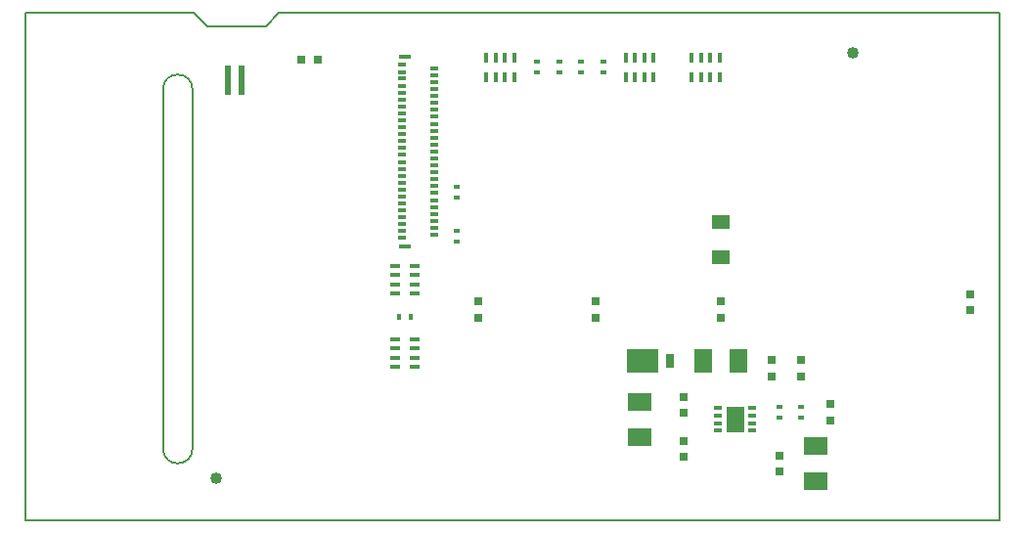
<source format=gbp>
%FSTAX23Y23*%
%MOIN*%
%SFA1B1*%

%IPPOS*%
%ADD16C,0.005000*%
%ADD22R,0.078740X0.059060*%
%ADD23R,0.078740X0.059060*%
%ADD24R,0.030000X0.030000*%
%ADD25R,0.015750X0.035000*%
%ADD26R,0.035000X0.015750*%
%ADD27R,0.027560X0.011810*%
%ADD28R,0.059060X0.090550*%
%ADD29R,0.030000X0.050000*%
%ADD30R,0.105120X0.078740*%
%ADD31R,0.030000X0.030000*%
%ADD32R,0.059060X0.078740*%
%ADD33R,0.059060X0.078740*%
%ADD34C,0.040000*%
%ADD35R,0.020000X0.018000*%
%ADD36R,0.060000X0.050000*%
%ADD37R,0.018000X0.020000*%
%ADD38R,0.039370X0.015750*%
%ADD39R,0.020000X0.098430*%
%ADD40R,0.031500X0.011810*%
%ADD41R,0.031500X0.011810*%
%LNmb895c-1*%
%LPD*%
G54D16*
X0047Y00245D02*
D01*
D01*
G75*
G03X0057I00050J0D01*
G74*G01*
Y0147D02*
D01*
D01*
G75*
G03X0047I-00050J0D01*
G74*G01*
X0062Y01685D02*
X0082D01*
X00865Y0173*
X0332*
X00575D02*
X0062Y01685D01*
X0Y0D02*
X03315D01*
X0D02*
Y0173D01*
X0057Y00245D02*
Y0147D01*
X0047Y00245D02*
Y0147D01*
X0332Y0D02*
Y0173D01*
X03315Y0D02*
X0332Y0D01*
X0Y0173D02*
X00575Y0173D01*
G54D22*
X02095Y00285D03*
X02695Y00135D03*
G54D23*
X02095Y00405D03*
X02695Y00255D03*
G54D24*
X0322Y00772D03*
Y00717D03*
X01945Y00747D03*
Y00692D03*
X0237D03*
Y00747D03*
X02545Y00492D03*
Y00547D03*
X02245Y00217D03*
Y00272D03*
X0257Y00167D03*
Y00222D03*
X02645Y00492D03*
Y00547D03*
X01545Y00692D03*
Y00747D03*
X02745Y00342D03*
Y00397D03*
X02245Y00367D03*
Y00422D03*
G54D25*
X02272Y01578D03*
X02304D03*
X02335D03*
X02367D03*
X02272Y01511D03*
X02304D03*
X02335D03*
X02367D03*
X02079Y01578D03*
Y01511D03*
X0211D03*
X02047D03*
X02142D03*
X0211Y01578D03*
X02047D03*
X02142D03*
X01667Y01511D03*
X01572D03*
X01635D03*
X01604D03*
Y01578D03*
X01572D03*
X01635D03*
X01667D03*
G54D26*
X01328Y00617D03*
Y00523D03*
Y00586D03*
X01261Y00617D03*
Y00523D03*
Y00586D03*
Y00554D03*
X01328D03*
Y00804D03*
X01261D03*
Y00836D03*
Y00773D03*
Y00867D03*
X01328Y00836D03*
Y00773D03*
Y00867D03*
G54D27*
X02477Y00306D03*
Y00332D03*
Y00358D03*
Y00383D03*
X02362Y00306D03*
Y00332D03*
Y00358D03*
Y00383D03*
G54D28*
X0242Y00345D03*
G54D29*
X02197Y00545D03*
G54D30*
X02104Y00545D03*
G54D31*
X00942Y0157D03*
X00997D03*
G54D32*
X0243Y00545D03*
G54D33*
X0231Y00545D03*
G54D34*
X0282Y01595D03*
X00651Y00145D03*
G54D35*
X0182Y01564D03*
Y01526D03*
X01895Y01564D03*
Y01526D03*
X0147Y00951D03*
Y00989D03*
X01745Y01564D03*
Y01526D03*
X02645Y00389D03*
Y00351D03*
X0257Y00389D03*
Y00351D03*
X0147Y01139D03*
Y01101D03*
X0197Y01526D03*
Y01564D03*
G54D36*
X0237Y00896D03*
Y01016D03*
G54D37*
X01314Y00695D03*
X01276D03*
G54D38*
X01296Y00935D03*
Y01581D03*
G54D39*
X00692Y01502D03*
X00737D03*
G54D40*
X01284Y00963D03*
X01395Y00974D03*
X01284Y00986D03*
X01395Y00998D03*
X01284Y0101D03*
Y01033D03*
X01395Y01045D03*
X01284Y01057D03*
X01395Y01069D03*
X01284Y01081D03*
X01395Y01092D03*
Y0114D03*
Y01163D03*
Y01187D03*
Y01211D03*
X01284Y01128D03*
Y01151D03*
Y01175D03*
Y01199D03*
Y01553D03*
Y01506D03*
X01395Y01494D03*
X01284Y01482D03*
X01395Y0147D03*
X01284Y01459D03*
X01395Y01447D03*
X01284Y01435D03*
X01395Y01116D03*
X01284Y01104D03*
X01395Y01022D03*
X01284Y01529D03*
Y01222D03*
Y01246D03*
Y0127D03*
Y01293D03*
Y01317D03*
Y0134D03*
Y01364D03*
Y01388D03*
Y01411D03*
X01395Y01518D03*
Y01234D03*
Y01258D03*
Y01281D03*
Y01305D03*
Y01329D03*
Y01352D03*
Y01376D03*
Y014D03*
Y01423D03*
G54D41*
X01395Y01541D03*
M02*
</source>
